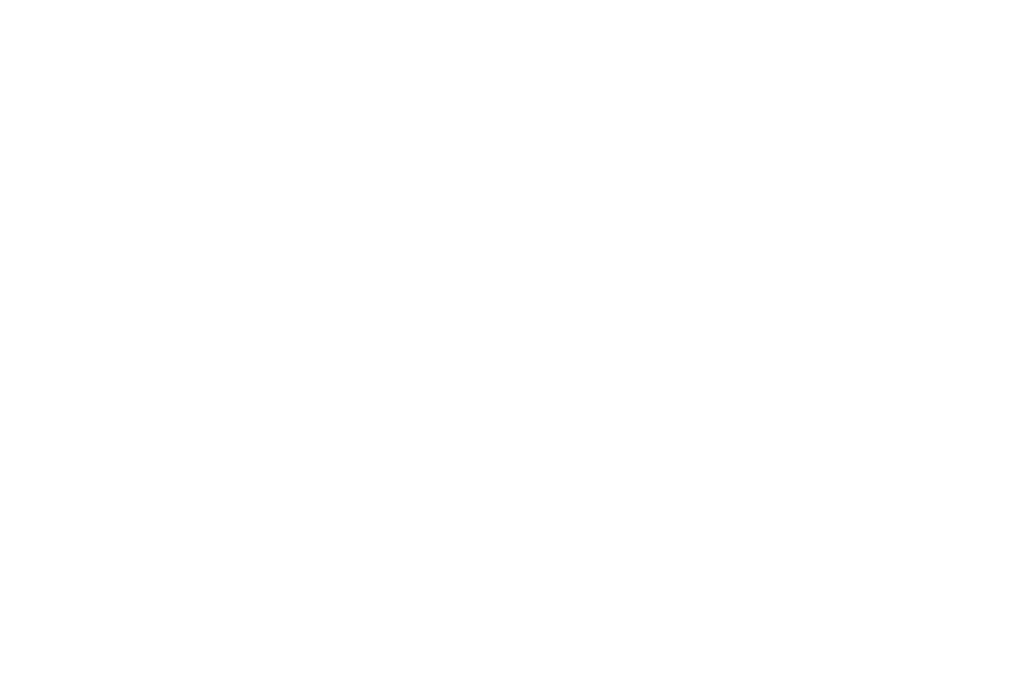
<source format=kicad_pcb>
(kicad_pcb (version 20240108) (generator pcbnew)
  (layers (0 "F.Cu" signal) (31 "B.Cu" signal) (34 "B.Paste" user) (35 "F.Paste" user) (36 "B.SilkS" user "B.Silkscreen") (37 "F.SilkS" user "F.Silkscreen") (38 "B.Mask" user) (39 "F.Mask" user) (44 "Edge.Cuts" user))
  (net 0 "")
  (footprint "MountingHole_6.5mm" (layer "F.Cu") (at 0 0)
    (property "Reference" "REF**")
    (property "Value" "MountingHole_6.5mm")
    (pad "" np_thru_hole circle (at 0 0) (size 6.5 6.5) (drill 6.5) (layers *.Cu *.Mask))
  )
)
</source>
